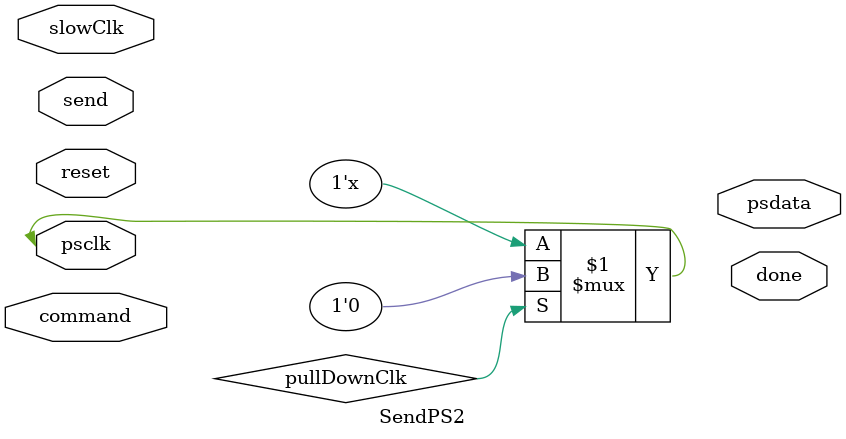
<source format=v>
`timescale 1ns / 1ps
module SendPS2(input slowClk, input reset, inout psclk, output psdata, input [7:0] command, input send, output done);

	reg [10:0] dataToSend;
	reg pastClk;
	
	wire parityBit;
	wire negClk, posClk;
	
	wire pullDownClk;
	
	assign psclk = (pullDownClk) ? 1'b0 : 1'bZ;
	
	assign negClk = (pastClk == 1'b1) & (psclk == 1'b0);
	assign posClk = (pastClk == 1'b0) & (psclk == 1'b1);
	
	
	OddParity u0(command, parityBit);
	
	always @(posedge slowClk, posedge reset)
	if (reset)
		begin
			dataToSend <= 11'b0;
			pastClk <= 1'b0;
		end
	else
		begin
			dataToSend <= (send) ? {1'b1, parityBit, command, 1'b0} : dataToSend;
			pastClk <= psclk;
		end


endmodule

</source>
